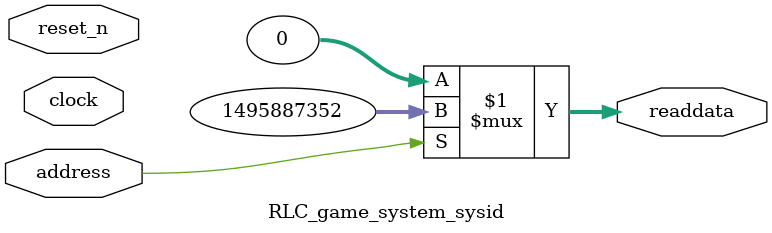
<source format=v>

`timescale 1ns / 1ps
// synthesis translate_on

// turn off superfluous verilog processor warnings 
// altera message_level Level1 
// altera message_off 10034 10035 10036 10037 10230 10240 10030 

module RLC_game_system_sysid (
               // inputs:
                address,
                clock,
                reset_n,

               // outputs:
                readdata
             )
;

  output  [ 31: 0] readdata;
  input            address;
  input            clock;
  input            reset_n;

  wire    [ 31: 0] readdata;
  //control_slave, which is an e_avalon_slave
  assign readdata = address ? 1495887352 : 0;

endmodule




</source>
